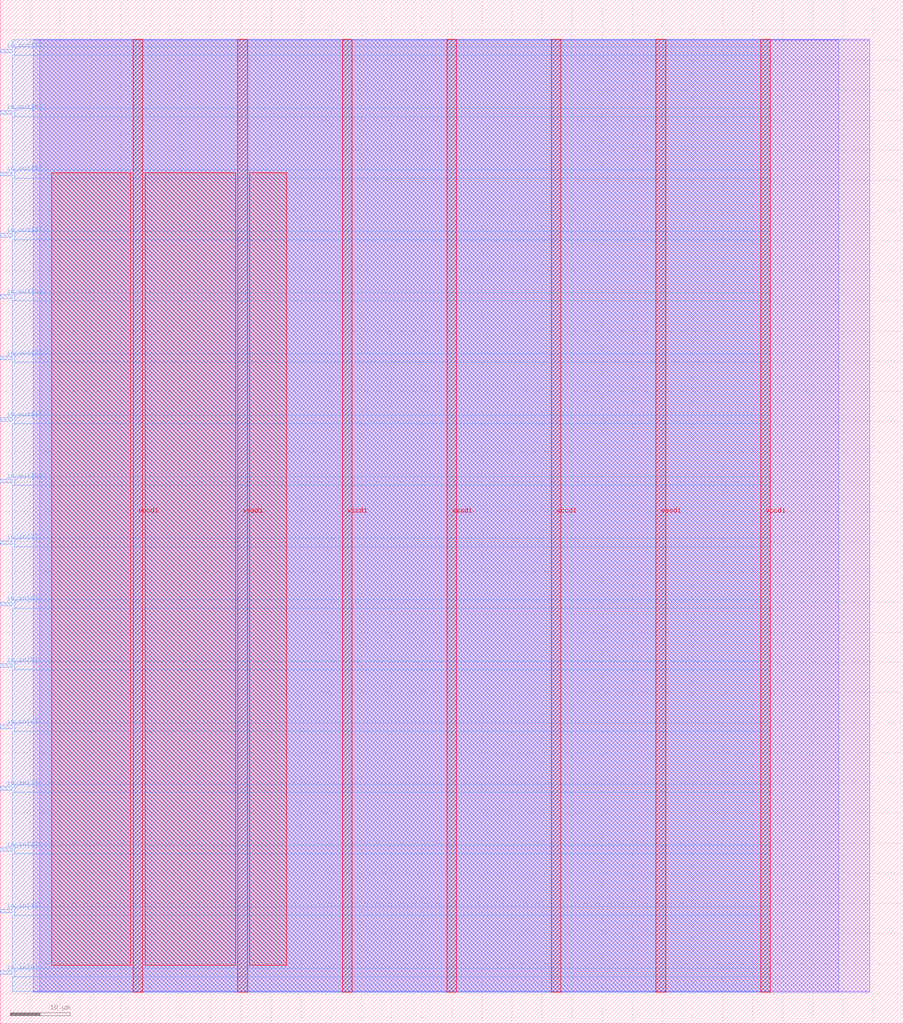
<source format=lef>
VERSION 5.7 ;
  NOWIREEXTENSIONATPIN ON ;
  DIVIDERCHAR "/" ;
  BUSBITCHARS "[]" ;
MACRO recepsaid_euclidean_algorithm
  CLASS BLOCK ;
  FOREIGN recepsaid_euclidean_algorithm ;
  ORIGIN 0.000 0.000 ;
  SIZE 150.000 BY 170.000 ;
  PIN io_in[0]
    DIRECTION INPUT ;
    USE SIGNAL ;
    PORT
      LAYER met3 ;
        RECT 0.000 8.200 2.000 8.800 ;
    END
  END io_in[0]
  PIN io_in[1]
    DIRECTION INPUT ;
    USE SIGNAL ;
    PORT
      LAYER met3 ;
        RECT 0.000 18.400 2.000 19.000 ;
    END
  END io_in[1]
  PIN io_in[2]
    DIRECTION INPUT ;
    USE SIGNAL ;
    PORT
      LAYER met3 ;
        RECT 0.000 28.600 2.000 29.200 ;
    END
  END io_in[2]
  PIN io_in[3]
    DIRECTION INPUT ;
    USE SIGNAL ;
    PORT
      LAYER met3 ;
        RECT 0.000 38.800 2.000 39.400 ;
    END
  END io_in[3]
  PIN io_in[4]
    DIRECTION INPUT ;
    USE SIGNAL ;
    PORT
      LAYER met3 ;
        RECT 0.000 49.000 2.000 49.600 ;
    END
  END io_in[4]
  PIN io_in[5]
    DIRECTION INPUT ;
    USE SIGNAL ;
    PORT
      LAYER met3 ;
        RECT 0.000 59.200 2.000 59.800 ;
    END
  END io_in[5]
  PIN io_in[6]
    DIRECTION INPUT ;
    USE SIGNAL ;
    PORT
      LAYER met3 ;
        RECT 0.000 69.400 2.000 70.000 ;
    END
  END io_in[6]
  PIN io_in[7]
    DIRECTION INPUT ;
    USE SIGNAL ;
    PORT
      LAYER met3 ;
        RECT 0.000 79.600 2.000 80.200 ;
    END
  END io_in[7]
  PIN io_out[0]
    DIRECTION OUTPUT TRISTATE ;
    USE SIGNAL ;
    PORT
      LAYER met3 ;
        RECT 0.000 89.800 2.000 90.400 ;
    END
  END io_out[0]
  PIN io_out[1]
    DIRECTION OUTPUT TRISTATE ;
    USE SIGNAL ;
    PORT
      LAYER met3 ;
        RECT 0.000 100.000 2.000 100.600 ;
    END
  END io_out[1]
  PIN io_out[2]
    DIRECTION OUTPUT TRISTATE ;
    USE SIGNAL ;
    PORT
      LAYER met3 ;
        RECT 0.000 110.200 2.000 110.800 ;
    END
  END io_out[2]
  PIN io_out[3]
    DIRECTION OUTPUT TRISTATE ;
    USE SIGNAL ;
    PORT
      LAYER met3 ;
        RECT 0.000 120.400 2.000 121.000 ;
    END
  END io_out[3]
  PIN io_out[4]
    DIRECTION OUTPUT TRISTATE ;
    USE SIGNAL ;
    PORT
      LAYER met3 ;
        RECT 0.000 130.600 2.000 131.200 ;
    END
  END io_out[4]
  PIN io_out[5]
    DIRECTION OUTPUT TRISTATE ;
    USE SIGNAL ;
    PORT
      LAYER met3 ;
        RECT 0.000 140.800 2.000 141.400 ;
    END
  END io_out[5]
  PIN io_out[6]
    DIRECTION OUTPUT TRISTATE ;
    USE SIGNAL ;
    PORT
      LAYER met3 ;
        RECT 0.000 151.000 2.000 151.600 ;
    END
  END io_out[6]
  PIN io_out[7]
    DIRECTION OUTPUT TRISTATE ;
    USE SIGNAL ;
    PORT
      LAYER met3 ;
        RECT 0.000 161.200 2.000 161.800 ;
    END
  END io_out[7]
  PIN vccd1
    DIRECTION INOUT ;
    USE POWER ;
    PORT
      LAYER met4 ;
        RECT 22.090 5.200 23.690 163.440 ;
    END
    PORT
      LAYER met4 ;
        RECT 56.830 5.200 58.430 163.440 ;
    END
    PORT
      LAYER met4 ;
        RECT 91.570 5.200 93.170 163.440 ;
    END
    PORT
      LAYER met4 ;
        RECT 126.310 5.200 127.910 163.440 ;
    END
  END vccd1
  PIN vssd1
    DIRECTION INOUT ;
    USE GROUND ;
    PORT
      LAYER met4 ;
        RECT 39.460 5.200 41.060 163.440 ;
    END
    PORT
      LAYER met4 ;
        RECT 74.200 5.200 75.800 163.440 ;
    END
    PORT
      LAYER met4 ;
        RECT 108.940 5.200 110.540 163.440 ;
    END
  END vssd1
  OBS
      LAYER li1 ;
        RECT 5.520 5.355 144.440 163.285 ;
      LAYER met1 ;
        RECT 5.520 5.200 144.440 163.440 ;
      LAYER met2 ;
        RECT 6.530 5.255 139.280 163.385 ;
      LAYER met3 ;
        RECT 2.000 162.200 127.900 163.365 ;
        RECT 2.400 160.800 127.900 162.200 ;
        RECT 2.000 152.000 127.900 160.800 ;
        RECT 2.400 150.600 127.900 152.000 ;
        RECT 2.000 141.800 127.900 150.600 ;
        RECT 2.400 140.400 127.900 141.800 ;
        RECT 2.000 131.600 127.900 140.400 ;
        RECT 2.400 130.200 127.900 131.600 ;
        RECT 2.000 121.400 127.900 130.200 ;
        RECT 2.400 120.000 127.900 121.400 ;
        RECT 2.000 111.200 127.900 120.000 ;
        RECT 2.400 109.800 127.900 111.200 ;
        RECT 2.000 101.000 127.900 109.800 ;
        RECT 2.400 99.600 127.900 101.000 ;
        RECT 2.000 90.800 127.900 99.600 ;
        RECT 2.400 89.400 127.900 90.800 ;
        RECT 2.000 80.600 127.900 89.400 ;
        RECT 2.400 79.200 127.900 80.600 ;
        RECT 2.000 70.400 127.900 79.200 ;
        RECT 2.400 69.000 127.900 70.400 ;
        RECT 2.000 60.200 127.900 69.000 ;
        RECT 2.400 58.800 127.900 60.200 ;
        RECT 2.000 50.000 127.900 58.800 ;
        RECT 2.400 48.600 127.900 50.000 ;
        RECT 2.000 39.800 127.900 48.600 ;
        RECT 2.400 38.400 127.900 39.800 ;
        RECT 2.000 29.600 127.900 38.400 ;
        RECT 2.400 28.200 127.900 29.600 ;
        RECT 2.000 19.400 127.900 28.200 ;
        RECT 2.400 18.000 127.900 19.400 ;
        RECT 2.000 9.200 127.900 18.000 ;
        RECT 2.400 7.800 127.900 9.200 ;
        RECT 2.000 5.275 127.900 7.800 ;
      LAYER met4 ;
        RECT 8.575 9.695 21.690 141.265 ;
        RECT 24.090 9.695 39.060 141.265 ;
        RECT 41.460 9.695 47.545 141.265 ;
  END
END recepsaid_euclidean_algorithm
END LIBRARY


</source>
